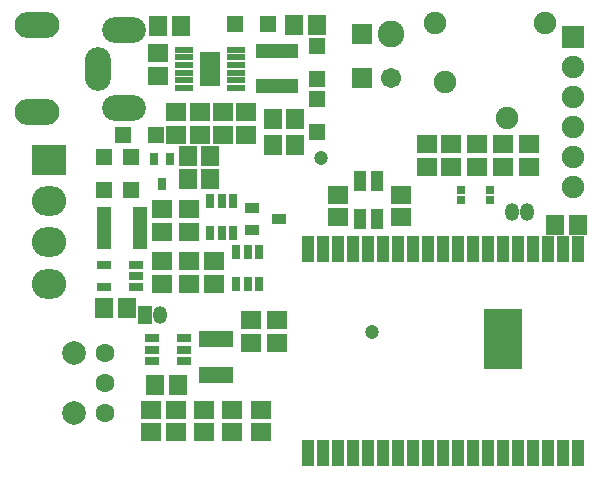
<source format=gbr>
G04 DipTrace 3.3.1.3*
G04 TopMask.gbr*
%MOIN*%
G04 #@! TF.FileFunction,Soldermask,Top*
G04 #@! TF.Part,Single*
%AMOUTLINE1*
4,1,4,
0.027638,-0.027638,
-0.027638,-0.027638,
-0.027638,0.027638,
0.027638,0.027638,
0.027638,-0.027638,
0*%
%ADD53C,0.08905*%
%ADD93C,0.047402*%
%ADD95R,0.126142X0.204882*%
%ADD97R,0.043465X0.086772*%
%ADD99C,0.078898*%
%ADD101C,0.06315*%
%ADD103R,0.031654X0.051339*%
%ADD105R,0.071024X0.118268*%
%ADD107R,0.06315X0.019843*%
%ADD113R,0.051339X0.031654*%
%ADD117R,0.027717X0.027717*%
%ADD119R,0.027717X0.041496*%
%ADD121R,0.04937X0.033622*%
%ADD123R,0.051339X0.14189*%
%ADD125R,0.114331X0.053307*%
%ADD127R,0.14189X0.051339*%
%ADD131O,0.047402X0.059213*%
%ADD133R,0.047402X0.059213*%
%ADD139O,0.114331X0.098583*%
%ADD141R,0.114331X0.098583*%
%ADD143C,0.067402*%
%ADD145R,0.067402X0.067402*%
%ADD147R,0.074961X0.074961*%
%ADD149C,0.074961*%
%ADD151O,0.149764X0.086772*%
%ADD153O,0.086772X0.145827*%
%ADD155O,0.145827X0.086772*%
%ADD157R,0.039528X0.071024*%
%ADD161R,0.055276X0.055276*%
%ADD163R,0.059213X0.067087*%
%ADD165R,0.067087X0.059213*%
%ADD171OUTLINE1*%
%FSLAX26Y26*%
G04*
G70*
G90*
G75*
G01*
G04 TopMask*
%LPD*%
D93*
X1463724Y1457008D3*
X1633016Y878268D3*
D165*
X1314118Y917638D3*
Y842835D3*
D163*
X920417Y1897953D3*
X995220D3*
D165*
X1058213Y1610551D3*
Y1535748D3*
D163*
X1373173Y1901890D3*
X1447976D3*
X1377110Y1500315D3*
X1302307D3*
X2243252Y1236535D3*
X2318055D3*
D165*
X2070024Y1429449D3*
Y1504252D3*
D163*
X739315Y957008D3*
X814118D3*
D165*
X932228Y1287717D3*
Y1212913D3*
X1105457Y1114488D3*
Y1039685D3*
X1164512Y618425D3*
Y543622D3*
X1227504Y917638D3*
Y842835D3*
D163*
X909449Y700988D3*
X984252D3*
D165*
X1262937Y618425D3*
Y543622D3*
X1073961Y618425D3*
Y543622D3*
X920417Y1732598D3*
Y1807402D3*
D161*
X739315Y1350709D3*
Y1460945D3*
X1286559Y1905827D3*
X1176323D3*
X1447976Y1831024D3*
Y1720787D3*
Y1543622D3*
Y1653858D3*
X829866Y1460945D3*
Y1350709D3*
D157*
X1593646Y1256220D3*
Y1382205D3*
X1648764Y1256220D3*
Y1382205D3*
D171*
X802308Y1533783D3*
X912545D3*
D155*
X806244Y1626299D3*
D153*
X719630Y1756220D3*
D155*
X806244Y1886142D3*
D151*
X514906Y1901890D3*
Y1610551D3*
D149*
X2207819Y1909764D3*
X2081835Y1590866D3*
X1877110Y1712913D3*
X1841677Y1909764D3*
D147*
X2302307Y1862520D3*
D149*
Y1762520D3*
Y1662520D3*
Y1562520D3*
Y1462520D3*
Y1362520D3*
D145*
X1597585Y1724724D3*
D143*
X1696005D3*
D141*
X554276Y1453071D3*
D139*
Y1315276D3*
Y1177480D3*
Y1039685D3*
D133*
X875732Y935945D3*
D131*
X925732D3*
X2098764Y1279843D3*
X2148764D3*
D145*
X1597585Y1872362D3*
D53*
X1696005D3*
D127*
X1314118Y1815276D3*
Y1697165D3*
D125*
X1113331Y854646D3*
Y736535D3*
D123*
X739336Y1224724D3*
X857446D3*
D121*
X1231441Y1291654D3*
Y1216850D3*
X1321992Y1254252D3*
D119*
X957822Y1455039D3*
X906635D3*
X932228Y1372362D3*
D165*
X980524Y618425D3*
Y543622D3*
X895328D3*
Y618425D3*
X979472Y1610551D3*
Y1535748D3*
X1518843Y1334961D3*
Y1260157D3*
X1727504Y1334961D3*
Y1260157D3*
D163*
X1377110Y1586929D3*
X1302307D3*
D165*
X1213724Y1535748D3*
Y1610551D3*
X1136953Y1535748D3*
Y1610551D3*
X1022780Y1287717D3*
Y1212913D3*
D163*
X1018843Y1388110D3*
X1093646D3*
D165*
X1022780Y1114488D3*
Y1039685D3*
X2156638Y1504252D3*
Y1429449D3*
X1983409D3*
Y1504252D3*
X1814118D3*
Y1429449D3*
X1896795D3*
Y1504252D3*
X932228Y1114488D3*
Y1039685D3*
D163*
X1093646Y1464882D3*
X1018843D3*
D117*
X2026717Y1350709D3*
Y1319213D3*
X1928291D3*
Y1350709D3*
D113*
X1006213Y782004D3*
Y819406D3*
Y856807D3*
X899913D3*
Y819406D3*
Y782004D3*
D107*
X1007031Y1819213D3*
Y1793622D3*
Y1768031D3*
Y1742441D3*
Y1716850D3*
Y1691260D3*
X1180260D3*
Y1716850D3*
Y1742441D3*
Y1768031D3*
Y1793622D3*
Y1819213D3*
D105*
X1093646Y1755236D3*
D103*
X1180260Y1039685D3*
X1217661D3*
X1255063D3*
Y1145984D3*
X1217661D3*
X1180260D3*
D101*
X741283Y606614D3*
Y706614D3*
Y806614D3*
D99*
X638134Y606614D3*
Y806614D3*
D97*
X2318055Y1153858D3*
X2268055Y1154252D3*
X2218055D3*
X2168055D3*
X2118055D3*
X2068055D3*
X2018055D3*
X1968055D3*
X1918055D3*
X1868055D3*
X1818055D3*
X1768055D3*
X1718055D3*
X1668055D3*
X1668436Y476218D3*
X1718436D3*
X1768436D3*
X1818434D3*
X1868436D3*
X1418436D3*
X1468436D3*
X1518436D3*
X1568436D3*
X1618436D3*
X1918094Y476220D3*
X1968094D3*
X2018094D3*
X2068094D3*
X2118094D3*
X2168094D3*
X2218094D3*
X2268094D3*
X2318094D3*
D95*
X2069945Y853858D3*
D97*
X1618395Y1154248D3*
X1568395D3*
X1518395D3*
X1468395D3*
X1418395D3*
D103*
X1168449Y1315276D3*
X1131047D3*
X1093646D3*
Y1208976D3*
X1131047D3*
X1168449D3*
D113*
X845614Y1027874D3*
Y1065276D3*
Y1102677D3*
X739315D3*
Y1027874D3*
M02*

</source>
